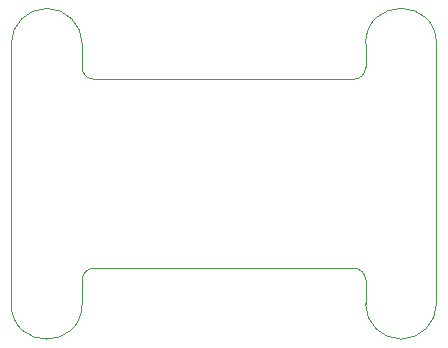
<source format=gbr>
%TF.GenerationSoftware,KiCad,Pcbnew,7.0.2-0*%
%TF.CreationDate,2023-04-20T17:34:09-07:00*%
%TF.ProjectId,RagGuard_V1,52616747-7561-4726-945f-56312e6b6963,rev?*%
%TF.SameCoordinates,Original*%
%TF.FileFunction,Profile,NP*%
%FSLAX46Y46*%
G04 Gerber Fmt 4.6, Leading zero omitted, Abs format (unit mm)*
G04 Created by KiCad (PCBNEW 7.0.2-0) date 2023-04-20 17:34:09*
%MOMM*%
%LPD*%
G01*
G04 APERTURE LIST*
%TA.AperFunction,Profile*%
%ADD10C,0.100000*%
%TD*%
G04 APERTURE END LIST*
D10*
X216000000Y-129000000D02*
X216000000Y-145000000D01*
X213000000Y-151000000D02*
G75*
G03*
X216000000Y-148000000I0J3000000D01*
G01*
X216000000Y-126000000D02*
G75*
G03*
X210000000Y-126000000I-3000000J0D01*
G01*
X210000000Y-148000000D02*
G75*
G03*
X213000000Y-151000000I3000000J0D01*
G01*
X183000000Y-123000000D02*
G75*
G03*
X180000000Y-126000000I0J-3000000D01*
G01*
X186000000Y-126000000D02*
G75*
G03*
X183000000Y-123000000I-3000000J0D01*
G01*
X180000000Y-129000000D02*
X180000000Y-145000000D01*
X216000000Y-126000000D02*
X216000000Y-129000000D01*
X187000000Y-145000000D02*
G75*
G03*
X186000000Y-146000000I0J-1000000D01*
G01*
X186000000Y-126000000D02*
X186000000Y-128000000D01*
X210000000Y-128000000D02*
X210000000Y-126000000D01*
X180000000Y-126000000D02*
X180000000Y-129000000D01*
X209000000Y-129000000D02*
G75*
G03*
X210000000Y-128000000I0J1000000D01*
G01*
X216000000Y-148000000D02*
X216000000Y-145000000D01*
X187000000Y-129000000D02*
X209000000Y-129000000D01*
X210000000Y-146000000D02*
G75*
G03*
X209000000Y-145000000I-1000000J0D01*
G01*
X180000000Y-148000000D02*
X180000000Y-145000000D01*
X180000000Y-148000000D02*
G75*
G03*
X186000000Y-148000000I3000000J0D01*
G01*
X186000000Y-128000000D02*
G75*
G03*
X187000000Y-129000000I1000000J0D01*
G01*
X209000000Y-145000000D02*
X187000000Y-145000000D01*
X210000000Y-148000000D02*
X210000000Y-146000000D01*
X186000000Y-146000000D02*
X186000000Y-148000000D01*
M02*

</source>
